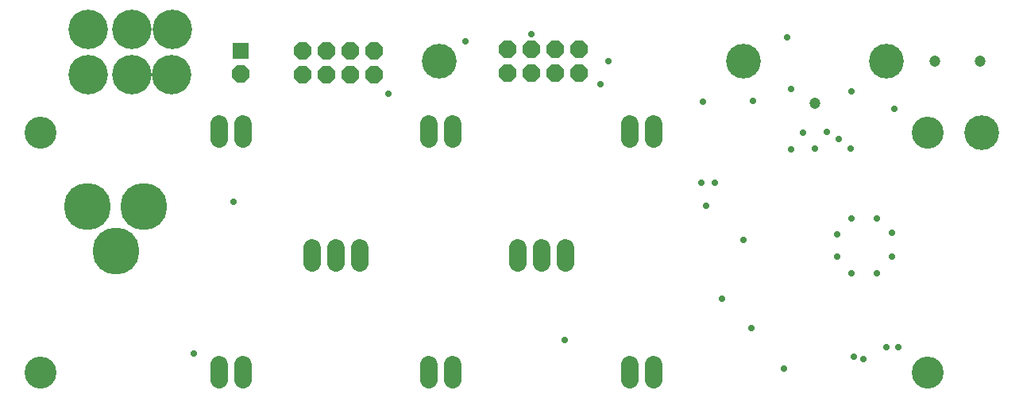
<source format=gbs>
G04 EAGLE Gerber RS-274X export*
G75*
%MOMM*%
%FSLAX34Y34*%
%LPD*%
%INSoldermask Bottom*%
%IPPOS*%
%AMOC8*
5,1,8,0,0,1.08239X$1,22.5*%
G01*
%ADD10C,1.203200*%
%ADD11C,3.703200*%
%ADD12C,1.828800*%
%ADD13C,4.998719*%
%ADD14P,1.979475X8X202.500000*%
%ADD15C,4.203200*%
%ADD16C,3.403200*%
%ADD17P,1.951766X8X112.500000*%
%ADD18R,1.803200X1.803200*%
%ADD19C,0.705600*%


D10*
X850900Y317500D03*
D11*
X774700Y361950D03*
X927100Y361950D03*
X1028700Y285750D03*
X450850Y361950D03*
D10*
X979170Y361950D03*
X1027430Y361950D03*
D12*
X585470Y163068D02*
X585470Y146812D01*
X560070Y146812D02*
X560070Y163068D01*
X534670Y163068D02*
X534670Y146812D01*
X365760Y146812D02*
X365760Y163068D01*
X340360Y163068D02*
X340360Y146812D01*
X314960Y146812D02*
X314960Y163068D01*
D13*
X135730Y207010D03*
X75730Y207010D03*
X105730Y160010D03*
D14*
X599440Y374650D03*
X599440Y349250D03*
X574040Y374650D03*
X574040Y349250D03*
X548640Y374650D03*
X548640Y349250D03*
X523240Y374650D03*
X523240Y349250D03*
X381000Y373380D03*
X381000Y347980D03*
X355600Y373380D03*
X355600Y347980D03*
X330200Y373380D03*
X330200Y347980D03*
X304800Y373380D03*
X304800Y347980D03*
D15*
X165100Y347980D03*
X123190Y347980D03*
X76200Y347980D03*
X166370Y396240D03*
X123190Y396240D03*
X76200Y396240D03*
D12*
X241300Y38608D02*
X241300Y22352D01*
X215900Y22352D02*
X215900Y38608D01*
X464820Y38608D02*
X464820Y22352D01*
X439420Y22352D02*
X439420Y38608D01*
X679450Y38608D02*
X679450Y22352D01*
X654050Y22352D02*
X654050Y38608D01*
X215900Y278892D02*
X215900Y295148D01*
X241300Y295148D02*
X241300Y278892D01*
X439420Y278892D02*
X439420Y295148D01*
X464820Y295148D02*
X464820Y278892D01*
X654050Y278892D02*
X654050Y295148D01*
X679450Y295148D02*
X679450Y278892D01*
D16*
X25400Y30480D03*
X971550Y30480D03*
X25400Y285750D03*
X971550Y285750D03*
D17*
X238760Y348180D03*
D18*
X238760Y373180D03*
D19*
X916940Y194310D03*
X890270Y194310D03*
X890270Y135890D03*
X916940Y135890D03*
X875030Y177800D03*
X875030Y153670D03*
X933450Y153670D03*
X933450Y179070D03*
X731520Y318770D03*
X784860Y320040D03*
X774700Y171450D03*
X935990Y311150D03*
X735330Y208280D03*
X744220Y232410D03*
X890270Y330200D03*
X817880Y34290D03*
X863600Y287020D03*
X548640Y391160D03*
X622300Y337820D03*
X850900Y269240D03*
X838200Y285750D03*
X478790Y383540D03*
X631190Y361950D03*
X927100Y57150D03*
X821690Y387350D03*
X939800Y57150D03*
X825500Y332740D03*
X876300Y279400D03*
X396240Y327660D03*
X889000Y269240D03*
X892810Y46990D03*
X902970Y44450D03*
X231140Y212090D03*
X189230Y50800D03*
X584200Y64770D03*
X783590Y77470D03*
X825500Y267970D03*
X751840Y109220D03*
X730250Y232410D03*
M02*

</source>
